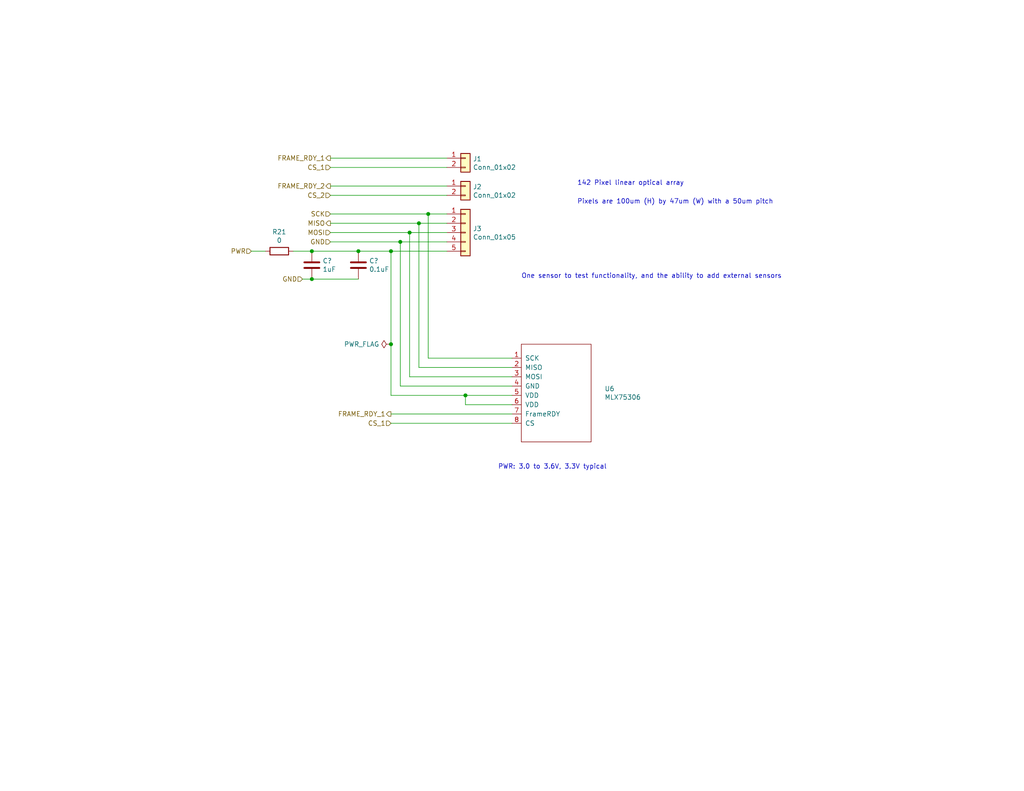
<source format=kicad_sch>
(kicad_sch (version 20231120) (generator "eeschema") (generator_version "8.0")
  (paper "A")
  (title_block (title "Sun Sensor Interface") (date "2020-05-17"))
  (lib_symbols
    (symbol "AVIONICS_BOARD-rescue:MLX75306-1K_Custom_Symbol" (pin_names (offset 1.016))
      (property "Reference" "U" (at 0 16.51 0))
      (property "Value" "1K_Custom_Symbol_MLX75306" (at 0 13.97 0))
      (symbol "MLX75306-1K_Custom_Symbol_0_1"
        (rectangle (start -8.89 12.7) (end 10.16 -13.97))
      )
      (symbol "MLX75306-1K_Custom_Symbol_1_1"
        (pin input line (at -11.43 8.89 0) (length 2.54) (name "SCK") (number "1"))
        (pin no_connect line (at 12.7 6.35 180) (length 2.54) hide (name "~") (number "10"))
        (pin no_connect line (at 12.7 3.81 180) (length 2.54) hide (name "~") (number "11"))
        (pin no_connect line (at 12.7 1.27 180) (length 2.54) hide (name "~") (number "12"))
        (pin no_connect line (at 12.7 -1.27 180) (length 2.54) hide (name "~") (number "13"))
        (pin no_connect line (at 12.7 -3.81 180) (length 2.54) hide (name "~") (number "14"))
        (pin no_connect line (at 12.7 -6.35 180) (length 2.54) hide (name "~") (number "15"))
        (pin no_connect line (at 12.7 -8.89 180) (length 2.54) hide (name "~") (number "16"))
        (pin output line (at -11.43 6.35 0) (length 2.54) (name "MISO") (number "2"))
        (pin input line (at -11.43 3.81 0) (length 2.54) (name "MOSI") (number "3"))
        (pin power_in line (at -11.43 1.27 0) (length 2.54) (name "GND") (number "4"))
        (pin power_in line (at -11.43 -1.27 0) (length 2.54) (name "VDD") (number "5"))
        (pin power_in line (at -11.43 -3.81 0) (length 2.54) (name "VDD") (number "6"))
        (pin output line (at -11.43 -6.35 0) (length 2.54) (name "FrameRDY") (number "7"))
        (pin input line (at -11.43 -8.89 0) (length 2.54) (name "CS") (number "8"))
        (pin no_connect line (at 12.7 8.89 180) (length 2.54) hide (name "~") (number "9"))
      )
    )
    (symbol "Connector_Generic:Conn_01x02" (pin_names (offset 1.016) hide)
      (property "Reference" "J" (at 0 2.54 0))
      (property "Value" "Conn_01x02" (at 0 -5.08 0))
      (symbol "Conn_01x02_1_1"
        (rectangle (start -1.27 -2.413) (end 0 -2.667) (stroke (width 0.1524)))
        (rectangle (start -1.27 0.127) (end 0 -0.127) (stroke (width 0.1524)))
        (rectangle (start -1.27 1.27) (end 1.27 -3.81) (stroke (width 0.254)) (fill (type background)))
        (pin passive line (at -5.08 0 0) (length 3.81) (name "Pin_1") (number "1"))
        (pin passive line (at -5.08 -2.54 0) (length 3.81) (name "Pin_2") (number "2"))
      )
    )
    (symbol "Connector_Generic:Conn_01x05" (pin_names (offset 1.016) hide)
      (property "Reference" "J" (at 0 7.62 0))
      (property "Value" "Conn_01x05" (at 0 -7.62 0))
      (symbol "Conn_01x05_1_1"
        (rectangle (start -1.27 -4.953) (end 0 -5.207) (stroke (width 0.1524)))
        (rectangle (start -1.27 -2.413) (end 0 -2.667) (stroke (width 0.1524)))
        (rectangle (start -1.27 0.127) (end 0 -0.127) (stroke (width 0.1524)))
        (rectangle (start -1.27 2.667) (end 0 2.413) (stroke (width 0.1524)))
        (rectangle (start -1.27 5.207) (end 0 4.953) (stroke (width 0.1524)))
        (rectangle (start -1.27 6.35) (end 1.27 -6.35) (stroke (width 0.254)) (fill (type background)))
        (pin passive line (at -5.08 5.08 0) (length 3.81) (name "Pin_1") (number "1"))
        (pin passive line (at -5.08 2.54 0) (length 3.81) (name "Pin_2") (number "2"))
        (pin passive line (at -5.08 0 0) (length 3.81) (name "Pin_3") (number "3"))
        (pin passive line (at -5.08 -2.54 0) (length 3.81) (name "Pin_4") (number "4"))
        (pin passive line (at -5.08 -5.08 0) (length 3.81) (name "Pin_5") (number "5"))
      )
    )
    (symbol "Device:C" (pin_numbers hide) (pin_names (offset 0.254))
      (property "Reference" "C" (at 0.635 2.54 0))
      (property "Value" "C" (at 0.635 -2.54 0))
      (symbol "C_0_1"
        (polyline (pts (xy -2.032 -0.762) (xy 2.032 -0.762)) (stroke (width 0.508)))
        (polyline (pts (xy -2.032 0.762) (xy 2.032 0.762)) (stroke (width 0.508)))
      )
      (symbol "C_1_1"
        (pin passive line (at 0 3.81 270) (length 2.794) (name "~") (number "1"))
        (pin passive line (at 0 -3.81 90) (length 2.794) (name "~") (number "2"))
      )
    )
    (symbol "Device:R" (pin_numbers hide) (pin_names (offset 0))
      (property "Reference" "R" (at 2.032 0 90))
      (property "Value" "R" (at 0 0 90))
      (symbol "R_0_1"
        (rectangle (start -1.016 -2.54) (end 1.016 2.54) (stroke (width 0.254)))
      )
      (symbol "R_1_1"
        (pin passive line (at 0 3.81 270) (length 1.27) (name "~") (number "1"))
        (pin passive line (at 0 -3.81 90) (length 1.27) (name "~") (number "2"))
      )
    )
    (symbol "power:PWR_FLAG" (power) (pin_numbers hide) (pin_names (offset 0) hide)
      (property "Value" "PWR_FLAG" (at 0 3.81 0))
      (symbol "PWR_FLAG_0_0"
        (pin power_out line (at 0 0 90) (length 0) (name "~") (number "1"))
      )
      (symbol "PWR_FLAG_0_1"
        (polyline (pts (xy 0 0) (xy 0 1.27) (xy -1.016 1.905) (xy 0 2.54) (xy 1.016 1.905) (xy 0 1.27)))
      )
    )
  )
  (junction (at 85.09 68.58))
  (junction (at 116.84 58.42))
  (junction (at 109.22 66.04))
  (junction (at 127 107.95))
  (junction (at 85.09 76.2))
  (junction (at 106.68 68.58))
  (junction (at 114.3 60.96))
  (junction (at 111.76 63.5))
  (junction (at 106.68 93.98))
  (junction (at 97.79 68.58))
  (wire (pts (xy 80.01 68.58) (xy 85.09 68.58)))
  (wire (pts (xy 139.7 100.33) (xy 114.3 100.33)))
  (wire (pts (xy 106.68 93.98) (xy 106.68 107.95)))
  (wire (pts (xy 121.92 60.96) (xy 114.3 60.96)))
  (wire (pts (xy 85.09 68.58) (xy 97.79 68.58)))
  (wire (pts (xy 106.68 107.95) (xy 127 107.95)))
  (wire (pts (xy 114.3 100.33) (xy 114.3 60.96)))
  (wire (pts (xy 139.7 113.03) (xy 106.68 113.03)))
  (wire (pts (xy 121.92 50.8) (xy 90.17 50.8)))
  (wire (pts (xy 109.22 66.04) (xy 90.17 66.04)))
  (wire (pts (xy 127 107.95) (xy 127 110.49)))
  (wire (pts (xy 109.22 66.04) (xy 109.22 105.41)))
  (wire (pts (xy 111.76 63.5) (xy 121.92 63.5)))
  (wire (pts (xy 111.76 102.87) (xy 139.7 102.87)))
  (wire (pts (xy 116.84 58.42) (xy 121.92 58.42)))
  (wire (pts (xy 82.55 76.2) (xy 85.09 76.2)))
  (wire (pts (xy 116.84 97.79) (xy 139.7 97.79)))
  (wire (pts (xy 106.68 115.57) (xy 139.7 115.57)))
  (wire (pts (xy 106.68 68.58) (xy 121.92 68.58)))
  (wire (pts (xy 111.76 63.5) (xy 111.76 102.87)))
  (wire (pts (xy 121.92 43.18) (xy 90.17 43.18)))
  (wire (pts (xy 109.22 105.41) (xy 139.7 105.41)))
  (wire (pts (xy 127 110.49) (xy 139.7 110.49)))
  (wire (pts (xy 90.17 63.5) (xy 111.76 63.5)))
  (wire (pts (xy 97.79 68.58) (xy 106.68 68.58)))
  (wire (pts (xy 90.17 58.42) (xy 116.84 58.42)))
  (wire (pts (xy 97.79 76.2) (xy 85.09 76.2)))
  (wire (pts (xy 127 107.95) (xy 139.7 107.95)))
  (wire (pts (xy 90.17 45.72) (xy 121.92 45.72)))
  (wire (pts (xy 114.3 60.96) (xy 90.17 60.96)))
  (wire (pts (xy 106.68 68.58) (xy 106.68 93.98)))
  (wire (pts (xy 121.92 66.04) (xy 109.22 66.04)))
  (wire (pts (xy 68.58 68.58) (xy 72.39 68.58)))
  (wire (pts (xy 90.17 53.34) (xy 121.92 53.34)))
  (wire (pts (xy 116.84 58.42) (xy 116.84 97.79)))
  (text "Pixels are 100um (H) by 47um (W) with a 50um pitch" (at 157.48 55.88 0) (effects (font (size 1.27 1.27)) (justify left bottom)))
  (text "PWR: 3.0 to 3.6V, 3.3V typical" (at 135.89 128.27 0) (effects (font (size 1.27 1.27)) (justify left bottom)))
  (text "142 Pixel linear optical array\n" (at 157.48 50.8 0) (effects (font (size 1.27 1.27)) (justify left bottom)))
  (text "One sensor to test functionality, and the ability to add external sensors\n" (at 142.24 76.2 0) (effects (font (size 1.27 1.27)) (justify left bottom)))
  (hierarchical_label "CS_1" (shape input) (at 106.68 115.57 180))
  (hierarchical_label "GND" (shape input) (at 90.17 66.04 180))
  (hierarchical_label "CS_1" (shape input) (at 90.17 45.72 180))
  (hierarchical_label "PWR" (shape input) (at 68.58 68.58 180))
  (hierarchical_label "CS_2" (shape input) (at 90.17 53.34 180))
  (hierarchical_label "GND" (shape input) (at 82.55 76.2 180))
  (hierarchical_label "FRAME_RDY_1" (shape output) (at 106.68 113.03 180))
  (hierarchical_label "FRAME_RDY_1" (shape output) (at 90.17 43.18 180))
  (hierarchical_label "MISO" (shape output) (at 90.17 60.96 180))
  (hierarchical_label "FRAME_RDY_2" (shape output) (at 90.17 50.8 180))
  (hierarchical_label "SCK" (shape input) (at 90.17 58.42 180))
  (hierarchical_label "MOSI" (shape input) (at 90.17 63.5 180))
  (symbol (lib_id "Connector_Generic:Conn_01x05") (at 127 63.5 0) (unit 1)
    (property "Reference" "J3" (at 129.032 62.4332 0) (effects (justify left)))
    (property "Value" "Conn_01x05" (at 129.032 64.7446 0) (effects (justify left)))
    (property "Footprint" "Connector_PinHeader_2.54mm:PinHeader_1x05_P2.54mm_Vertical" (effects (hide yes)))
    (property "Mfr. #" "PH1-05-UA" (effects (hide yes)))
    (property "Order" "https://www.digikey.com/product-detail/en/adam-tech/PH1-05-UA/2057-PH1-05-UA-ND/9830343" (effects (hide yes)))
  )
  (symbol (lib_id "Connector_Generic:Conn_01x02") (at 127 50.8 0) (unit 1)
    (property "Reference" "J2" (at 129.032 51.0032 0) (effects (justify left)))
    (property "Value" "Conn_01x02" (at 129.032 53.3146 0) (effects (justify left)))
    (property "Footprint" "Connector_PinHeader_2.54mm:PinHeader_1x02_P2.54mm_Vertical" (effects (hide yes)))
    (property "Mfr. #" "PREC002SAAN-RC" (effects (hide yes)))
    (property "Order" "https://www.digikey.com/product-detail/en/sullins-connector-solutions/PREC002SAAN-RC/S1012EC-02-ND/2774852" (effects (hide yes)))
  )
  (symbol (lib_id "AVIONICS_BOARD-rescue:MLX75306-1K_Custom_Symbol") (at 151.13 106.68 0) (unit 1)
    (property "Reference" "U6" (at 164.9476 106.1466 0) (effects (justify left)))
    (property "Value" "MLX75306" (at 164.9476 108.458 0) (effects (justify left)))
    (property "Footprint" "Package_SO:SOIC-16_3.9x9.9mm_P1.27mm" (effects (hide yes)))
    (property "Mfr. #" "MLX75306KXZ-BAA-000-RE" (effects (hide yes)))
    (property "Order" "https://www.digikey.com/product-detail/en/melexis-technologies-nv/MLX75306KXZ-BAA-000-RE/MLX75306KXZ-BAA-000-RECT-ND/3640931" (effects (hide yes)))
  )
  (symbol (lib_id "Device:C") (at 85.09 72.39 0) (unit 1)
    (property "Reference" "C?" (at 88.011 71.2216 0) (effects (justify left)))
    (property "Value" "1uF" (at 88.011 73.533 0) (effects (justify left)))
    (property "Footprint" "Capacitor_SMD:C_0603_1608Metric_Pad1.08x0.95mm_HandSolder" (effects (hide yes)))
    (property "Mfr. #" "CL10B105KP8NFNC" (effects (hide yes)))
    (property "Order" "https://www.digikey.com/product-detail/en/samsung-electro-mechanics/CL10B105KP8NFNC/1276-1945-1-ND/3890031" (effects (hide yes)))
    (property "Voltage" "10V" (effects (hide yes)))
    (instances (project "" (path "" (reference "C?") (unit 1)) (path "" (reference "C?") (unit 1)) (path "" (reference "C?") (unit 1)) (path "" (reference "C26") (unit 1))))
  )
  (symbol (lib_id "Device:C") (at 97.79 72.39 0) (unit 1)
    (property "Reference" "C?" (at 100.711 71.2216 0) (effects (justify left)))
    (property "Value" "0.1uF" (at 100.711 73.533 0) (effects (justify left)))
    (property "Footprint" "Capacitor_SMD:C_0402_1005Metric_Pad0.74x0.62mm_HandSolder" (effects (hide yes)))
    (property "Voltage" "25V" (effects (hide yes)))
    (property "Mfr. #" "CL10B104KA8NNNC" (effects (hide yes)))
    (property "Order" "https://www.digikey.com/product-detail/en/samsung-electro-mechanics/CL10B104KA8NNNC/1276-1006-1-ND/3889092" (effects (hide yes)))
    (instances (project "" (path "" (reference "C?") (unit 1)) (path "" (reference "C?") (unit 1)) (path "" (reference "C?") (unit 1)) (path "" (reference "C27") (unit 1))))
  )
  (symbol (lib_id "Connector_Generic:Conn_01x02") (at 127 43.18 0) (unit 1)
    (property "Reference" "J1" (at 129.032 43.3832 0) (effects (justify left)))
    (property "Value" "Conn_01x02" (at 129.032 45.6946 0) (effects (justify left)))
    (property "Footprint" "Connector_PinHeader_2.54mm:PinHeader_1x02_P2.54mm_Vertical" (effects (hide yes)))
    (property "Mfr. #" "PREC002SAAN-RC" (effects (hide yes)))
    (property "Order" "https://www.digikey.com/product-detail/en/sullins-connector-solutions/PREC002SAAN-RC/S1012EC-02-ND/2774852" (effects (hide yes)))
  )
  (symbol (lib_id "Device:R") (at 76.2 68.58 270) (unit 1)
    (property "Reference" "R21" (at 76.2 63.3222 90))
    (property "Value" "0" (at 76.2 65.6336 90))
    (property "Footprint" "Resistor_SMD:R_0603_1608Metric_Pad0.98x0.95mm_HandSolder" (effects (hide yes)))
    (property "Mfr. #" "RK73Z1JTTD" (effects (hide yes)))
    (property "Order" "https://www.digikey.com/product-detail/en/koa-speer-electronics-inc/RK73Z1JTTD/2019-RK73Z1JTTDCT-ND/9847522" (effects (hide yes)))
  )
  (symbol (lib_id "power:PWR_FLAG") (at 106.68 93.98 90) (unit 1)
    (property "Reference" "#FLG011" (effects (hide yes)))
    (property "Value" "PWR_FLAG" (at 103.505 93.9799 90) (effects (justify left)))
    (property "Description" "Special symbol for telling ERC where power comes from" (effects (hide yes)))
  )
)
</source>
